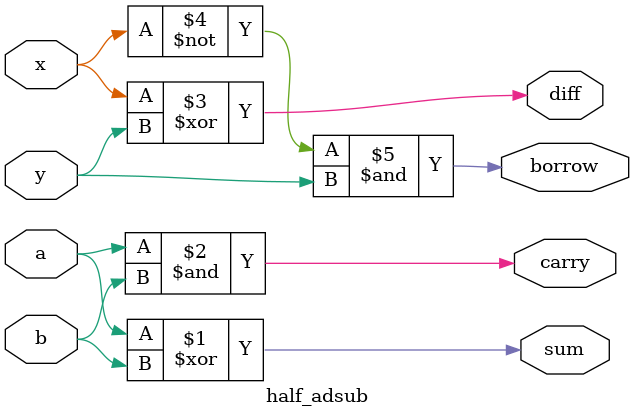
<source format=v>
module half_adsub (
    input  wire a, b,      // adder inputs
    input  wire x, y,      // subtractor inputs
    output wire sum,       // adder sum
    output wire carry,     // adder carry
    output wire diff,      // subtractor difference
    output wire borrow     // subtractor borrow
);

    // Half Adder
    assign sum   = a ^ b;
    assign carry = a & b;

    // Half Subtractor
    assign diff   = x ^ y;
    assign borrow = (~x) & y;

endmodule

</source>
